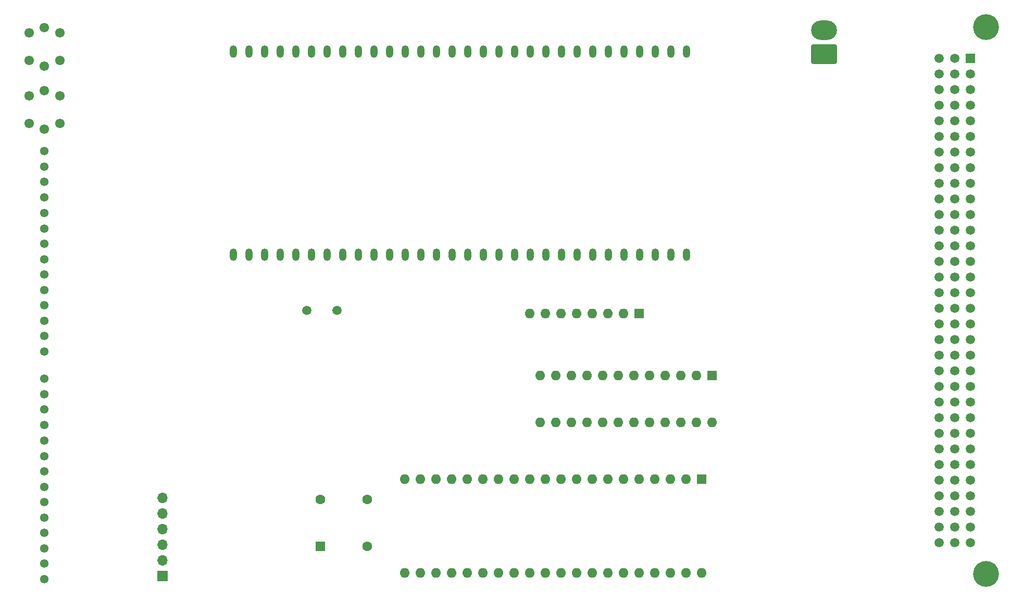
<source format=gbs>
%TF.GenerationSoftware,KiCad,Pcbnew,7.0.1*%
%TF.CreationDate,2023-08-20T11:19:01+01:00*%
%TF.ProjectId,J11HackPlus_V2,4a313148-6163-46b5-906c-75735f56322e,rev?*%
%TF.SameCoordinates,Original*%
%TF.FileFunction,Soldermask,Bot*%
%TF.FilePolarity,Negative*%
%FSLAX46Y46*%
G04 Gerber Fmt 4.6, Leading zero omitted, Abs format (unit mm)*
G04 Created by KiCad (PCBNEW 7.0.1) date 2023-08-20 11:19:01*
%MOMM*%
%LPD*%
G01*
G04 APERTURE LIST*
G04 Aperture macros list*
%AMRoundRect*
0 Rectangle with rounded corners*
0 $1 Rounding radius*
0 $2 $3 $4 $5 $6 $7 $8 $9 X,Y pos of 4 corners*
0 Add a 4 corners polygon primitive as box body*
4,1,4,$2,$3,$4,$5,$6,$7,$8,$9,$2,$3,0*
0 Add four circle primitives for the rounded corners*
1,1,$1+$1,$2,$3*
1,1,$1+$1,$4,$5*
1,1,$1+$1,$6,$7*
1,1,$1+$1,$8,$9*
0 Add four rect primitives between the rounded corners*
20,1,$1+$1,$2,$3,$4,$5,0*
20,1,$1+$1,$4,$5,$6,$7,0*
20,1,$1+$1,$6,$7,$8,$9,0*
20,1,$1+$1,$8,$9,$2,$3,0*%
G04 Aperture macros list end*
%ADD10C,1.381000*%
%ADD11R,1.600000X1.600000*%
%ADD12C,1.600000*%
%ADD13R,1.700000X1.700000*%
%ADD14O,1.700000X1.700000*%
%ADD15O,1.200000X2.000000*%
%ADD16C,1.550000*%
%ADD17O,1.600000X1.600000*%
%ADD18R,1.500000X1.500000*%
%ADD19C,1.500000*%
%ADD20C,4.200000*%
%ADD21RoundRect,0.250000X1.850000X-1.330000X1.850000X1.330000X-1.850000X1.330000X-1.850000X-1.330000X0*%
%ADD22O,4.200000X3.160000*%
G04 APERTURE END LIST*
D10*
X54450000Y-103270000D03*
X54450000Y-100730000D03*
X54450000Y-78270000D03*
X54450000Y-75730000D03*
X54450000Y-98270000D03*
X54450000Y-95730000D03*
D11*
X99314000Y-139954000D03*
D12*
X106934000Y-139954000D03*
X106934000Y-132334000D03*
X99314000Y-132334000D03*
D10*
X54450000Y-140270000D03*
X54450000Y-137730000D03*
X54450000Y-145270000D03*
X54450000Y-142730000D03*
D13*
X73660000Y-144780000D03*
D14*
X73660000Y-142240000D03*
X73660000Y-139700000D03*
X73660000Y-137160000D03*
X73660000Y-134620000D03*
X73660000Y-132080000D03*
D10*
X54450000Y-83270000D03*
X54450000Y-80730000D03*
D15*
X158830000Y-59490000D03*
X156290000Y-59490000D03*
X153750000Y-59490000D03*
X151210000Y-59490000D03*
X148670000Y-59490000D03*
X146130000Y-59490000D03*
X143590000Y-59490000D03*
X141050000Y-59490000D03*
X138510000Y-59490000D03*
X135970000Y-59490000D03*
X133430000Y-59490000D03*
X130890000Y-59490000D03*
X128350000Y-59490000D03*
X125810000Y-59490000D03*
X123270000Y-59490000D03*
X120730000Y-59490000D03*
X118190000Y-59490000D03*
X115650000Y-59490000D03*
X113110000Y-59490000D03*
X110570000Y-59490000D03*
X108030000Y-59490000D03*
X105490000Y-59490000D03*
X102950000Y-59490000D03*
X100410000Y-59490000D03*
X97870000Y-59490000D03*
X95330000Y-59490000D03*
X92790000Y-59490000D03*
X90250000Y-59490000D03*
X87710000Y-59490000D03*
X85170000Y-59490000D03*
X85170000Y-92510000D03*
X87710000Y-92510000D03*
X90250000Y-92510000D03*
X92790000Y-92510000D03*
X95330000Y-92510000D03*
X97870000Y-92510000D03*
X100410000Y-92510000D03*
X102950000Y-92510000D03*
X105490000Y-92510000D03*
X108030000Y-92510000D03*
X110570000Y-92510000D03*
X113110000Y-92510000D03*
X115650000Y-92510000D03*
X118190000Y-92510000D03*
X120730000Y-92510000D03*
X123270000Y-92510000D03*
X125810000Y-92510000D03*
X128350000Y-92510000D03*
X130890000Y-92510000D03*
X133430000Y-92510000D03*
X135970000Y-92510000D03*
X138510000Y-92510000D03*
X141050000Y-92510000D03*
X143590000Y-92510000D03*
X146130000Y-92510000D03*
X148670000Y-92510000D03*
X151210000Y-92510000D03*
X153750000Y-92510000D03*
X156290000Y-92510000D03*
X158830000Y-92510000D03*
D16*
X52000000Y-66750000D03*
X57000000Y-66750000D03*
X52000000Y-71250000D03*
X57000000Y-71250000D03*
X54500000Y-65850000D03*
X54500000Y-72150000D03*
D11*
X161285000Y-129027000D03*
D17*
X158745000Y-129027000D03*
X156205000Y-129027000D03*
X153665000Y-129027000D03*
X151125000Y-129027000D03*
X148585000Y-129027000D03*
X146045000Y-129027000D03*
X143505000Y-129027000D03*
X140965000Y-129027000D03*
X138425000Y-129027000D03*
X135885000Y-129027000D03*
X133345000Y-129027000D03*
X130805000Y-129027000D03*
X128265000Y-129027000D03*
X125725000Y-129027000D03*
X123185000Y-129027000D03*
X120645000Y-129027000D03*
X118105000Y-129027000D03*
X115565000Y-129027000D03*
X113025000Y-129027000D03*
X113025000Y-144267000D03*
X115565000Y-144267000D03*
X118105000Y-144267000D03*
X120645000Y-144267000D03*
X123185000Y-144267000D03*
X125725000Y-144267000D03*
X128265000Y-144267000D03*
X130805000Y-144267000D03*
X133345000Y-144267000D03*
X135885000Y-144267000D03*
X138425000Y-144267000D03*
X140965000Y-144267000D03*
X143505000Y-144267000D03*
X146045000Y-144267000D03*
X148585000Y-144267000D03*
X151125000Y-144267000D03*
X153665000Y-144267000D03*
X156205000Y-144267000D03*
X158745000Y-144267000D03*
X161285000Y-144267000D03*
D10*
X54450000Y-88270000D03*
X54450000Y-85730000D03*
D16*
X52000000Y-56500000D03*
X57000000Y-56500000D03*
X52000000Y-61000000D03*
X57000000Y-61000000D03*
X54500000Y-55600000D03*
X54500000Y-61900000D03*
D10*
X54450000Y-120270000D03*
X54450000Y-117730000D03*
X54450000Y-135270000D03*
X54450000Y-132730000D03*
D18*
X205000000Y-60600000D03*
D19*
X205000000Y-63140000D03*
X205000000Y-65680000D03*
X205000000Y-68220000D03*
X205000000Y-70760000D03*
X205000000Y-73300000D03*
X205000000Y-75840000D03*
X205000000Y-78380000D03*
X205000000Y-80920000D03*
X205000000Y-83460000D03*
X205000000Y-86000000D03*
X205000000Y-88540000D03*
X205000000Y-91080000D03*
X205000000Y-93620000D03*
X205000000Y-96160000D03*
X205000000Y-98700000D03*
X205000000Y-101240000D03*
X205000000Y-103780000D03*
X205000000Y-106320000D03*
X205000000Y-108860000D03*
X205000000Y-111400000D03*
X205000000Y-113940000D03*
X205000000Y-116480000D03*
X205000000Y-119020000D03*
X205000000Y-121560000D03*
X205000000Y-124100000D03*
X205000000Y-126640000D03*
X205000000Y-129180000D03*
X205000000Y-131720000D03*
X205000000Y-134260000D03*
X205000000Y-136800000D03*
X205000000Y-139340000D03*
X202460000Y-60600000D03*
X202460000Y-63140000D03*
X202460000Y-65680000D03*
X202460000Y-68220000D03*
X202460000Y-70760000D03*
X202460000Y-73300000D03*
X202460000Y-75840000D03*
X202460000Y-78380000D03*
X202460000Y-80920000D03*
X202460000Y-83460000D03*
X202460000Y-86000000D03*
X202460000Y-88540000D03*
X202460000Y-91080000D03*
X202460000Y-93620000D03*
X202460000Y-96160000D03*
X202460000Y-98700000D03*
X202460000Y-101240000D03*
X202460000Y-103780000D03*
X202460000Y-106320000D03*
X202460000Y-108860000D03*
X202460000Y-111400000D03*
X202460000Y-113940000D03*
X202460000Y-116480000D03*
X202460000Y-119020000D03*
X202460000Y-121560000D03*
X202460000Y-124100000D03*
X202460000Y-126640000D03*
X202460000Y-129180000D03*
X202460000Y-131720000D03*
X202460000Y-134260000D03*
X202460000Y-136800000D03*
X202460000Y-139340000D03*
X199920000Y-60600000D03*
X199920000Y-63140000D03*
X199920000Y-65680000D03*
X199920000Y-68220000D03*
X199920000Y-70760000D03*
X199920000Y-73300000D03*
X199920000Y-75840000D03*
X199920000Y-78380000D03*
X199920000Y-80920000D03*
X199920000Y-83460000D03*
X199920000Y-86000000D03*
X199920000Y-88540000D03*
X199920000Y-91080000D03*
X199920000Y-93620000D03*
X199920000Y-96160000D03*
X199920000Y-98700000D03*
X199920000Y-101240000D03*
X199920000Y-103780000D03*
X199920000Y-106320000D03*
X199920000Y-108860000D03*
X199920000Y-111400000D03*
X199920000Y-113940000D03*
X199920000Y-116480000D03*
X199920000Y-119020000D03*
X199920000Y-121560000D03*
X199920000Y-124100000D03*
X199920000Y-126640000D03*
X199920000Y-129180000D03*
X199920000Y-131720000D03*
X199920000Y-134260000D03*
X199920000Y-136800000D03*
X199920000Y-139340000D03*
D20*
X207540000Y-55520000D03*
X207540000Y-144420000D03*
D21*
X181225000Y-59980000D03*
D22*
X181225000Y-56020000D03*
D10*
X54450000Y-93270000D03*
X54450000Y-90730000D03*
X54450000Y-130270000D03*
X54450000Y-127730000D03*
D19*
X97118000Y-101600000D03*
X102018000Y-101600000D03*
D10*
X54450000Y-115270000D03*
X54450000Y-112730000D03*
X54450000Y-108270000D03*
X54450000Y-105730000D03*
D11*
X162975000Y-112200000D03*
D17*
X160435000Y-112200000D03*
X157895000Y-112200000D03*
X155355000Y-112200000D03*
X152815000Y-112200000D03*
X150275000Y-112200000D03*
X147735000Y-112200000D03*
X145195000Y-112200000D03*
X142655000Y-112200000D03*
X140115000Y-112200000D03*
X137575000Y-112200000D03*
X135035000Y-112200000D03*
X135035000Y-119820000D03*
X137575000Y-119820000D03*
X140115000Y-119820000D03*
X142655000Y-119820000D03*
X145195000Y-119820000D03*
X147735000Y-119820000D03*
X150275000Y-119820000D03*
X152815000Y-119820000D03*
X155355000Y-119820000D03*
X157895000Y-119820000D03*
X160435000Y-119820000D03*
X162975000Y-119820000D03*
D10*
X54450000Y-125270000D03*
X54450000Y-122730000D03*
D11*
X151140000Y-102108000D03*
D17*
X148600000Y-102108000D03*
X146060000Y-102108000D03*
X143520000Y-102108000D03*
X140980000Y-102108000D03*
X138440000Y-102108000D03*
X135900000Y-102108000D03*
X133360000Y-102108000D03*
M02*

</source>
